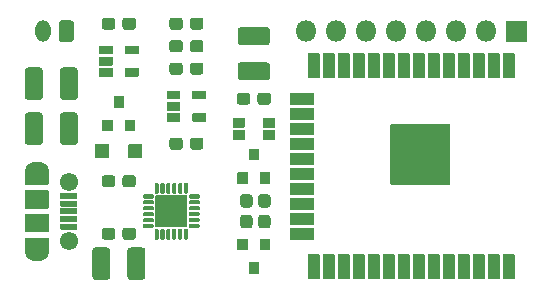
<source format=gbr>
%TF.GenerationSoftware,KiCad,Pcbnew,(5.1.10)-1*%
%TF.CreationDate,2021-06-07T22:34:48-03:00*%
%TF.ProjectId,Themu-Main,5468656d-752d-44d6-9169-6e2e6b696361,02*%
%TF.SameCoordinates,Original*%
%TF.FileFunction,Soldermask,Top*%
%TF.FilePolarity,Negative*%
%FSLAX46Y46*%
G04 Gerber Fmt 4.6, Leading zero omitted, Abs format (unit mm)*
G04 Created by KiCad (PCBNEW (5.1.10)-1) date 2021-06-07 22:34:49*
%MOMM*%
%LPD*%
G01*
G04 APERTURE LIST*
%ADD10O,2.000000X1.300000*%
%ADD11C,1.550000*%
%ADD12O,1.300000X1.850000*%
%ADD13O,1.800000X1.800000*%
G04 APERTURE END LIST*
%TO.C,J1*%
G36*
G01*
X45437500Y-92335000D02*
X47337500Y-92335000D01*
G75*
G02*
X47387500Y-92385000I0J-50000D01*
G01*
X47387500Y-93585000D01*
G75*
G02*
X47337500Y-93635000I-50000J0D01*
G01*
X45437500Y-93635000D01*
G75*
G02*
X45387500Y-93585000I0J50000D01*
G01*
X45387500Y-92385000D01*
G75*
G02*
X45437500Y-92335000I50000J0D01*
G01*
G37*
G36*
G01*
X45437500Y-98135000D02*
X47337500Y-98135000D01*
G75*
G02*
X47387500Y-98185000I0J-50000D01*
G01*
X47387500Y-99385000D01*
G75*
G02*
X47337500Y-99435000I-50000J0D01*
G01*
X45437500Y-99435000D01*
G75*
G02*
X45387500Y-99385000I0J50000D01*
G01*
X45387500Y-98185000D01*
G75*
G02*
X45437500Y-98135000I50000J0D01*
G01*
G37*
D10*
X46387500Y-99385000D03*
X46387500Y-92385000D03*
G36*
G01*
X45437500Y-94085000D02*
X47337500Y-94085000D01*
G75*
G02*
X47387500Y-94135000I0J-50000D01*
G01*
X47387500Y-95635000D01*
G75*
G02*
X47337500Y-95685000I-50000J0D01*
G01*
X45437500Y-95685000D01*
G75*
G02*
X45387500Y-95635000I0J50000D01*
G01*
X45387500Y-94135000D01*
G75*
G02*
X45437500Y-94085000I50000J0D01*
G01*
G37*
D11*
X49087500Y-98385000D03*
G36*
G01*
X48412500Y-95635000D02*
X49762500Y-95635000D01*
G75*
G02*
X49812500Y-95685000I0J-50000D01*
G01*
X49812500Y-96085000D01*
G75*
G02*
X49762500Y-96135000I-50000J0D01*
G01*
X48412500Y-96135000D01*
G75*
G02*
X48362500Y-96085000I0J50000D01*
G01*
X48362500Y-95685000D01*
G75*
G02*
X48412500Y-95635000I50000J0D01*
G01*
G37*
G36*
G01*
X48412500Y-96285000D02*
X49762500Y-96285000D01*
G75*
G02*
X49812500Y-96335000I0J-50000D01*
G01*
X49812500Y-96735000D01*
G75*
G02*
X49762500Y-96785000I-50000J0D01*
G01*
X48412500Y-96785000D01*
G75*
G02*
X48362500Y-96735000I0J50000D01*
G01*
X48362500Y-96335000D01*
G75*
G02*
X48412500Y-96285000I50000J0D01*
G01*
G37*
G36*
G01*
X48412500Y-96935000D02*
X49762500Y-96935000D01*
G75*
G02*
X49812500Y-96985000I0J-50000D01*
G01*
X49812500Y-97385000D01*
G75*
G02*
X49762500Y-97435000I-50000J0D01*
G01*
X48412500Y-97435000D01*
G75*
G02*
X48362500Y-97385000I0J50000D01*
G01*
X48362500Y-96985000D01*
G75*
G02*
X48412500Y-96935000I50000J0D01*
G01*
G37*
G36*
G01*
X48412500Y-94335000D02*
X49762500Y-94335000D01*
G75*
G02*
X49812500Y-94385000I0J-50000D01*
G01*
X49812500Y-94785000D01*
G75*
G02*
X49762500Y-94835000I-50000J0D01*
G01*
X48412500Y-94835000D01*
G75*
G02*
X48362500Y-94785000I0J50000D01*
G01*
X48362500Y-94385000D01*
G75*
G02*
X48412500Y-94335000I50000J0D01*
G01*
G37*
G36*
G01*
X48412500Y-94985000D02*
X49762500Y-94985000D01*
G75*
G02*
X49812500Y-95035000I0J-50000D01*
G01*
X49812500Y-95435000D01*
G75*
G02*
X49762500Y-95485000I-50000J0D01*
G01*
X48412500Y-95485000D01*
G75*
G02*
X48362500Y-95435000I0J50000D01*
G01*
X48362500Y-95035000D01*
G75*
G02*
X48412500Y-94985000I50000J0D01*
G01*
G37*
X49087500Y-93385000D03*
G36*
G01*
X45437500Y-96085000D02*
X47337500Y-96085000D01*
G75*
G02*
X47387500Y-96135000I0J-50000D01*
G01*
X47387500Y-97635000D01*
G75*
G02*
X47337500Y-97685000I-50000J0D01*
G01*
X45437500Y-97685000D01*
G75*
G02*
X45387500Y-97635000I0J50000D01*
G01*
X45387500Y-96135000D01*
G75*
G02*
X45437500Y-96085000I50000J0D01*
G01*
G37*
%TD*%
%TO.C,U3*%
G36*
G01*
X85910000Y-99525000D02*
X86810000Y-99525000D01*
G75*
G02*
X86860000Y-99575000I0J-50000D01*
G01*
X86860000Y-101575000D01*
G75*
G02*
X86810000Y-101625000I-50000J0D01*
G01*
X85910000Y-101625000D01*
G75*
G02*
X85860000Y-101575000I0J50000D01*
G01*
X85860000Y-99575000D01*
G75*
G02*
X85910000Y-99525000I50000J0D01*
G01*
G37*
G36*
G01*
X84640000Y-99525000D02*
X85540000Y-99525000D01*
G75*
G02*
X85590000Y-99575000I0J-50000D01*
G01*
X85590000Y-101575000D01*
G75*
G02*
X85540000Y-101625000I-50000J0D01*
G01*
X84640000Y-101625000D01*
G75*
G02*
X84590000Y-101575000I0J50000D01*
G01*
X84590000Y-99575000D01*
G75*
G02*
X84640000Y-99525000I50000J0D01*
G01*
G37*
G36*
G01*
X83370000Y-99525000D02*
X84270000Y-99525000D01*
G75*
G02*
X84320000Y-99575000I0J-50000D01*
G01*
X84320000Y-101575000D01*
G75*
G02*
X84270000Y-101625000I-50000J0D01*
G01*
X83370000Y-101625000D01*
G75*
G02*
X83320000Y-101575000I0J50000D01*
G01*
X83320000Y-99575000D01*
G75*
G02*
X83370000Y-99525000I50000J0D01*
G01*
G37*
G36*
G01*
X82100000Y-99525000D02*
X83000000Y-99525000D01*
G75*
G02*
X83050000Y-99575000I0J-50000D01*
G01*
X83050000Y-101575000D01*
G75*
G02*
X83000000Y-101625000I-50000J0D01*
G01*
X82100000Y-101625000D01*
G75*
G02*
X82050000Y-101575000I0J50000D01*
G01*
X82050000Y-99575000D01*
G75*
G02*
X82100000Y-99525000I50000J0D01*
G01*
G37*
G36*
G01*
X80830000Y-99525000D02*
X81730000Y-99525000D01*
G75*
G02*
X81780000Y-99575000I0J-50000D01*
G01*
X81780000Y-101575000D01*
G75*
G02*
X81730000Y-101625000I-50000J0D01*
G01*
X80830000Y-101625000D01*
G75*
G02*
X80780000Y-101575000I0J50000D01*
G01*
X80780000Y-99575000D01*
G75*
G02*
X80830000Y-99525000I50000J0D01*
G01*
G37*
G36*
G01*
X79560000Y-99525000D02*
X80460000Y-99525000D01*
G75*
G02*
X80510000Y-99575000I0J-50000D01*
G01*
X80510000Y-101575000D01*
G75*
G02*
X80460000Y-101625000I-50000J0D01*
G01*
X79560000Y-101625000D01*
G75*
G02*
X79510000Y-101575000I0J50000D01*
G01*
X79510000Y-99575000D01*
G75*
G02*
X79560000Y-99525000I50000J0D01*
G01*
G37*
G36*
G01*
X78290000Y-99525000D02*
X79190000Y-99525000D01*
G75*
G02*
X79240000Y-99575000I0J-50000D01*
G01*
X79240000Y-101575000D01*
G75*
G02*
X79190000Y-101625000I-50000J0D01*
G01*
X78290000Y-101625000D01*
G75*
G02*
X78240000Y-101575000I0J50000D01*
G01*
X78240000Y-99575000D01*
G75*
G02*
X78290000Y-99525000I50000J0D01*
G01*
G37*
G36*
G01*
X77020000Y-99525000D02*
X77920000Y-99525000D01*
G75*
G02*
X77970000Y-99575000I0J-50000D01*
G01*
X77970000Y-101575000D01*
G75*
G02*
X77920000Y-101625000I-50000J0D01*
G01*
X77020000Y-101625000D01*
G75*
G02*
X76970000Y-101575000I0J50000D01*
G01*
X76970000Y-99575000D01*
G75*
G02*
X77020000Y-99525000I50000J0D01*
G01*
G37*
G36*
G01*
X75750000Y-99525000D02*
X76650000Y-99525000D01*
G75*
G02*
X76700000Y-99575000I0J-50000D01*
G01*
X76700000Y-101575000D01*
G75*
G02*
X76650000Y-101625000I-50000J0D01*
G01*
X75750000Y-101625000D01*
G75*
G02*
X75700000Y-101575000I0J50000D01*
G01*
X75700000Y-99575000D01*
G75*
G02*
X75750000Y-99525000I50000J0D01*
G01*
G37*
G36*
G01*
X74480000Y-99525000D02*
X75380000Y-99525000D01*
G75*
G02*
X75430000Y-99575000I0J-50000D01*
G01*
X75430000Y-101575000D01*
G75*
G02*
X75380000Y-101625000I-50000J0D01*
G01*
X74480000Y-101625000D01*
G75*
G02*
X74430000Y-101575000I0J50000D01*
G01*
X74430000Y-99575000D01*
G75*
G02*
X74480000Y-99525000I50000J0D01*
G01*
G37*
G36*
G01*
X73210000Y-99525000D02*
X74110000Y-99525000D01*
G75*
G02*
X74160000Y-99575000I0J-50000D01*
G01*
X74160000Y-101575000D01*
G75*
G02*
X74110000Y-101625000I-50000J0D01*
G01*
X73210000Y-101625000D01*
G75*
G02*
X73160000Y-101575000I0J50000D01*
G01*
X73160000Y-99575000D01*
G75*
G02*
X73210000Y-99525000I50000J0D01*
G01*
G37*
G36*
G01*
X71940000Y-99525000D02*
X72840000Y-99525000D01*
G75*
G02*
X72890000Y-99575000I0J-50000D01*
G01*
X72890000Y-101575000D01*
G75*
G02*
X72840000Y-101625000I-50000J0D01*
G01*
X71940000Y-101625000D01*
G75*
G02*
X71890000Y-101575000I0J50000D01*
G01*
X71890000Y-99575000D01*
G75*
G02*
X71940000Y-99525000I50000J0D01*
G01*
G37*
G36*
G01*
X70670000Y-99525000D02*
X71570000Y-99525000D01*
G75*
G02*
X71620000Y-99575000I0J-50000D01*
G01*
X71620000Y-101575000D01*
G75*
G02*
X71570000Y-101625000I-50000J0D01*
G01*
X70670000Y-101625000D01*
G75*
G02*
X70620000Y-101575000I0J50000D01*
G01*
X70620000Y-99575000D01*
G75*
G02*
X70670000Y-99525000I50000J0D01*
G01*
G37*
G36*
G01*
X69400000Y-99525000D02*
X70300000Y-99525000D01*
G75*
G02*
X70350000Y-99575000I0J-50000D01*
G01*
X70350000Y-101575000D01*
G75*
G02*
X70300000Y-101625000I-50000J0D01*
G01*
X69400000Y-101625000D01*
G75*
G02*
X69350000Y-101575000I0J50000D01*
G01*
X69350000Y-99575000D01*
G75*
G02*
X69400000Y-99525000I50000J0D01*
G01*
G37*
G36*
G01*
X67800000Y-98240000D02*
X67800000Y-97340000D01*
G75*
G02*
X67850000Y-97290000I50000J0D01*
G01*
X69850000Y-97290000D01*
G75*
G02*
X69900000Y-97340000I0J-50000D01*
G01*
X69900000Y-98240000D01*
G75*
G02*
X69850000Y-98290000I-50000J0D01*
G01*
X67850000Y-98290000D01*
G75*
G02*
X67800000Y-98240000I0J50000D01*
G01*
G37*
G36*
G01*
X67800000Y-96970000D02*
X67800000Y-96070000D01*
G75*
G02*
X67850000Y-96020000I50000J0D01*
G01*
X69850000Y-96020000D01*
G75*
G02*
X69900000Y-96070000I0J-50000D01*
G01*
X69900000Y-96970000D01*
G75*
G02*
X69850000Y-97020000I-50000J0D01*
G01*
X67850000Y-97020000D01*
G75*
G02*
X67800000Y-96970000I0J50000D01*
G01*
G37*
G36*
G01*
X67800000Y-95700000D02*
X67800000Y-94800000D01*
G75*
G02*
X67850000Y-94750000I50000J0D01*
G01*
X69850000Y-94750000D01*
G75*
G02*
X69900000Y-94800000I0J-50000D01*
G01*
X69900000Y-95700000D01*
G75*
G02*
X69850000Y-95750000I-50000J0D01*
G01*
X67850000Y-95750000D01*
G75*
G02*
X67800000Y-95700000I0J50000D01*
G01*
G37*
G36*
G01*
X67800000Y-94430000D02*
X67800000Y-93530000D01*
G75*
G02*
X67850000Y-93480000I50000J0D01*
G01*
X69850000Y-93480000D01*
G75*
G02*
X69900000Y-93530000I0J-50000D01*
G01*
X69900000Y-94430000D01*
G75*
G02*
X69850000Y-94480000I-50000J0D01*
G01*
X67850000Y-94480000D01*
G75*
G02*
X67800000Y-94430000I0J50000D01*
G01*
G37*
G36*
G01*
X67800000Y-93160000D02*
X67800000Y-92260000D01*
G75*
G02*
X67850000Y-92210000I50000J0D01*
G01*
X69850000Y-92210000D01*
G75*
G02*
X69900000Y-92260000I0J-50000D01*
G01*
X69900000Y-93160000D01*
G75*
G02*
X69850000Y-93210000I-50000J0D01*
G01*
X67850000Y-93210000D01*
G75*
G02*
X67800000Y-93160000I0J50000D01*
G01*
G37*
G36*
G01*
X67800000Y-91890000D02*
X67800000Y-90990000D01*
G75*
G02*
X67850000Y-90940000I50000J0D01*
G01*
X69850000Y-90940000D01*
G75*
G02*
X69900000Y-90990000I0J-50000D01*
G01*
X69900000Y-91890000D01*
G75*
G02*
X69850000Y-91940000I-50000J0D01*
G01*
X67850000Y-91940000D01*
G75*
G02*
X67800000Y-91890000I0J50000D01*
G01*
G37*
G36*
G01*
X67800000Y-90620000D02*
X67800000Y-89720000D01*
G75*
G02*
X67850000Y-89670000I50000J0D01*
G01*
X69850000Y-89670000D01*
G75*
G02*
X69900000Y-89720000I0J-50000D01*
G01*
X69900000Y-90620000D01*
G75*
G02*
X69850000Y-90670000I-50000J0D01*
G01*
X67850000Y-90670000D01*
G75*
G02*
X67800000Y-90620000I0J50000D01*
G01*
G37*
G36*
G01*
X67800000Y-89350000D02*
X67800000Y-88450000D01*
G75*
G02*
X67850000Y-88400000I50000J0D01*
G01*
X69850000Y-88400000D01*
G75*
G02*
X69900000Y-88450000I0J-50000D01*
G01*
X69900000Y-89350000D01*
G75*
G02*
X69850000Y-89400000I-50000J0D01*
G01*
X67850000Y-89400000D01*
G75*
G02*
X67800000Y-89350000I0J50000D01*
G01*
G37*
G36*
G01*
X67800000Y-88080000D02*
X67800000Y-87180000D01*
G75*
G02*
X67850000Y-87130000I50000J0D01*
G01*
X69850000Y-87130000D01*
G75*
G02*
X69900000Y-87180000I0J-50000D01*
G01*
X69900000Y-88080000D01*
G75*
G02*
X69850000Y-88130000I-50000J0D01*
G01*
X67850000Y-88130000D01*
G75*
G02*
X67800000Y-88080000I0J50000D01*
G01*
G37*
G36*
G01*
X67800000Y-86810000D02*
X67800000Y-85910000D01*
G75*
G02*
X67850000Y-85860000I50000J0D01*
G01*
X69850000Y-85860000D01*
G75*
G02*
X69900000Y-85910000I0J-50000D01*
G01*
X69900000Y-86810000D01*
G75*
G02*
X69850000Y-86860000I-50000J0D01*
G01*
X67850000Y-86860000D01*
G75*
G02*
X67800000Y-86810000I0J50000D01*
G01*
G37*
G36*
G01*
X69400000Y-82525000D02*
X70300000Y-82525000D01*
G75*
G02*
X70350000Y-82575000I0J-50000D01*
G01*
X70350000Y-84575000D01*
G75*
G02*
X70300000Y-84625000I-50000J0D01*
G01*
X69400000Y-84625000D01*
G75*
G02*
X69350000Y-84575000I0J50000D01*
G01*
X69350000Y-82575000D01*
G75*
G02*
X69400000Y-82525000I50000J0D01*
G01*
G37*
G36*
G01*
X70670000Y-82525000D02*
X71570000Y-82525000D01*
G75*
G02*
X71620000Y-82575000I0J-50000D01*
G01*
X71620000Y-84575000D01*
G75*
G02*
X71570000Y-84625000I-50000J0D01*
G01*
X70670000Y-84625000D01*
G75*
G02*
X70620000Y-84575000I0J50000D01*
G01*
X70620000Y-82575000D01*
G75*
G02*
X70670000Y-82525000I50000J0D01*
G01*
G37*
G36*
G01*
X71940000Y-82525000D02*
X72840000Y-82525000D01*
G75*
G02*
X72890000Y-82575000I0J-50000D01*
G01*
X72890000Y-84575000D01*
G75*
G02*
X72840000Y-84625000I-50000J0D01*
G01*
X71940000Y-84625000D01*
G75*
G02*
X71890000Y-84575000I0J50000D01*
G01*
X71890000Y-82575000D01*
G75*
G02*
X71940000Y-82525000I50000J0D01*
G01*
G37*
G36*
G01*
X73210000Y-82525000D02*
X74110000Y-82525000D01*
G75*
G02*
X74160000Y-82575000I0J-50000D01*
G01*
X74160000Y-84575000D01*
G75*
G02*
X74110000Y-84625000I-50000J0D01*
G01*
X73210000Y-84625000D01*
G75*
G02*
X73160000Y-84575000I0J50000D01*
G01*
X73160000Y-82575000D01*
G75*
G02*
X73210000Y-82525000I50000J0D01*
G01*
G37*
G36*
G01*
X74480000Y-82525000D02*
X75380000Y-82525000D01*
G75*
G02*
X75430000Y-82575000I0J-50000D01*
G01*
X75430000Y-84575000D01*
G75*
G02*
X75380000Y-84625000I-50000J0D01*
G01*
X74480000Y-84625000D01*
G75*
G02*
X74430000Y-84575000I0J50000D01*
G01*
X74430000Y-82575000D01*
G75*
G02*
X74480000Y-82525000I50000J0D01*
G01*
G37*
G36*
G01*
X75750000Y-82525000D02*
X76650000Y-82525000D01*
G75*
G02*
X76700000Y-82575000I0J-50000D01*
G01*
X76700000Y-84575000D01*
G75*
G02*
X76650000Y-84625000I-50000J0D01*
G01*
X75750000Y-84625000D01*
G75*
G02*
X75700000Y-84575000I0J50000D01*
G01*
X75700000Y-82575000D01*
G75*
G02*
X75750000Y-82525000I50000J0D01*
G01*
G37*
G36*
G01*
X77020000Y-82525000D02*
X77920000Y-82525000D01*
G75*
G02*
X77970000Y-82575000I0J-50000D01*
G01*
X77970000Y-84575000D01*
G75*
G02*
X77920000Y-84625000I-50000J0D01*
G01*
X77020000Y-84625000D01*
G75*
G02*
X76970000Y-84575000I0J50000D01*
G01*
X76970000Y-82575000D01*
G75*
G02*
X77020000Y-82525000I50000J0D01*
G01*
G37*
G36*
G01*
X78290000Y-82525000D02*
X79190000Y-82525000D01*
G75*
G02*
X79240000Y-82575000I0J-50000D01*
G01*
X79240000Y-84575000D01*
G75*
G02*
X79190000Y-84625000I-50000J0D01*
G01*
X78290000Y-84625000D01*
G75*
G02*
X78240000Y-84575000I0J50000D01*
G01*
X78240000Y-82575000D01*
G75*
G02*
X78290000Y-82525000I50000J0D01*
G01*
G37*
G36*
G01*
X79560000Y-82525000D02*
X80460000Y-82525000D01*
G75*
G02*
X80510000Y-82575000I0J-50000D01*
G01*
X80510000Y-84575000D01*
G75*
G02*
X80460000Y-84625000I-50000J0D01*
G01*
X79560000Y-84625000D01*
G75*
G02*
X79510000Y-84575000I0J50000D01*
G01*
X79510000Y-82575000D01*
G75*
G02*
X79560000Y-82525000I50000J0D01*
G01*
G37*
G36*
G01*
X80830000Y-82525000D02*
X81730000Y-82525000D01*
G75*
G02*
X81780000Y-82575000I0J-50000D01*
G01*
X81780000Y-84575000D01*
G75*
G02*
X81730000Y-84625000I-50000J0D01*
G01*
X80830000Y-84625000D01*
G75*
G02*
X80780000Y-84575000I0J50000D01*
G01*
X80780000Y-82575000D01*
G75*
G02*
X80830000Y-82525000I50000J0D01*
G01*
G37*
G36*
G01*
X82100000Y-82525000D02*
X83000000Y-82525000D01*
G75*
G02*
X83050000Y-82575000I0J-50000D01*
G01*
X83050000Y-84575000D01*
G75*
G02*
X83000000Y-84625000I-50000J0D01*
G01*
X82100000Y-84625000D01*
G75*
G02*
X82050000Y-84575000I0J50000D01*
G01*
X82050000Y-82575000D01*
G75*
G02*
X82100000Y-82525000I50000J0D01*
G01*
G37*
G36*
G01*
X83370000Y-82525000D02*
X84270000Y-82525000D01*
G75*
G02*
X84320000Y-82575000I0J-50000D01*
G01*
X84320000Y-84575000D01*
G75*
G02*
X84270000Y-84625000I-50000J0D01*
G01*
X83370000Y-84625000D01*
G75*
G02*
X83320000Y-84575000I0J50000D01*
G01*
X83320000Y-82575000D01*
G75*
G02*
X83370000Y-82525000I50000J0D01*
G01*
G37*
G36*
G01*
X84640000Y-82525000D02*
X85540000Y-82525000D01*
G75*
G02*
X85590000Y-82575000I0J-50000D01*
G01*
X85590000Y-84575000D01*
G75*
G02*
X85540000Y-84625000I-50000J0D01*
G01*
X84640000Y-84625000D01*
G75*
G02*
X84590000Y-84575000I0J50000D01*
G01*
X84590000Y-82575000D01*
G75*
G02*
X84640000Y-82525000I50000J0D01*
G01*
G37*
G36*
G01*
X85910000Y-82525000D02*
X86810000Y-82525000D01*
G75*
G02*
X86860000Y-82575000I0J-50000D01*
G01*
X86860000Y-84575000D01*
G75*
G02*
X86810000Y-84625000I-50000J0D01*
G01*
X85910000Y-84625000D01*
G75*
G02*
X85860000Y-84575000I0J50000D01*
G01*
X85860000Y-82575000D01*
G75*
G02*
X85910000Y-82525000I50000J0D01*
G01*
G37*
G36*
G01*
X76360000Y-88525000D02*
X81360000Y-88525000D01*
G75*
G02*
X81410000Y-88575000I0J-50000D01*
G01*
X81410000Y-93575000D01*
G75*
G02*
X81360000Y-93625000I-50000J0D01*
G01*
X76360000Y-93625000D01*
G75*
G02*
X76310000Y-93575000I0J50000D01*
G01*
X76310000Y-88575000D01*
G75*
G02*
X76360000Y-88525000I50000J0D01*
G01*
G37*
%TD*%
D12*
%TO.C,J2*%
X46895000Y-80645000D03*
G36*
G01*
X49545000Y-79990832D02*
X49545000Y-81299168D01*
G75*
G02*
X49274168Y-81570000I-270832J0D01*
G01*
X48515832Y-81570000D01*
G75*
G02*
X48245000Y-81299168I0J270832D01*
G01*
X48245000Y-79990832D01*
G75*
G02*
X48515832Y-79720000I270832J0D01*
G01*
X49274168Y-79720000D01*
G75*
G02*
X49545000Y-79990832I0J-270832D01*
G01*
G37*
%TD*%
%TO.C,C1*%
G36*
G01*
X54790000Y-97527500D02*
X54790000Y-98052500D01*
G75*
G02*
X54527500Y-98315000I-262500J0D01*
G01*
X53902500Y-98315000D01*
G75*
G02*
X53640000Y-98052500I0J262500D01*
G01*
X53640000Y-97527500D01*
G75*
G02*
X53902500Y-97265000I262500J0D01*
G01*
X54527500Y-97265000D01*
G75*
G02*
X54790000Y-97527500I0J-262500D01*
G01*
G37*
G36*
G01*
X53040000Y-97527500D02*
X53040000Y-98052500D01*
G75*
G02*
X52777500Y-98315000I-262500J0D01*
G01*
X52152500Y-98315000D01*
G75*
G02*
X51890000Y-98052500I0J262500D01*
G01*
X51890000Y-97527500D01*
G75*
G02*
X52152500Y-97265000I262500J0D01*
G01*
X52777500Y-97265000D01*
G75*
G02*
X53040000Y-97527500I0J-262500D01*
G01*
G37*
%TD*%
%TO.C,C2*%
G36*
G01*
X49875000Y-87792543D02*
X49875000Y-90007457D01*
G75*
G02*
X49607457Y-90275000I-267543J0D01*
G01*
X48617543Y-90275000D01*
G75*
G02*
X48350000Y-90007457I0J267543D01*
G01*
X48350000Y-87792543D01*
G75*
G02*
X48617543Y-87525000I267543J0D01*
G01*
X49607457Y-87525000D01*
G75*
G02*
X49875000Y-87792543I0J-267543D01*
G01*
G37*
G36*
G01*
X46900000Y-87792543D02*
X46900000Y-90007457D01*
G75*
G02*
X46632457Y-90275000I-267543J0D01*
G01*
X45642543Y-90275000D01*
G75*
G02*
X45375000Y-90007457I0J267543D01*
G01*
X45375000Y-87792543D01*
G75*
G02*
X45642543Y-87525000I267543J0D01*
G01*
X46632457Y-87525000D01*
G75*
G02*
X46900000Y-87792543I0J-267543D01*
G01*
G37*
%TD*%
%TO.C,C3*%
G36*
G01*
X65877457Y-81825000D02*
X63662543Y-81825000D01*
G75*
G02*
X63395000Y-81557457I0J267543D01*
G01*
X63395000Y-80567543D01*
G75*
G02*
X63662543Y-80300000I267543J0D01*
G01*
X65877457Y-80300000D01*
G75*
G02*
X66145000Y-80567543I0J-267543D01*
G01*
X66145000Y-81557457D01*
G75*
G02*
X65877457Y-81825000I-267543J0D01*
G01*
G37*
G36*
G01*
X65877457Y-84800000D02*
X63662543Y-84800000D01*
G75*
G02*
X63395000Y-84532457I0J267543D01*
G01*
X63395000Y-83542543D01*
G75*
G02*
X63662543Y-83275000I267543J0D01*
G01*
X65877457Y-83275000D01*
G75*
G02*
X66145000Y-83542543I0J-267543D01*
G01*
X66145000Y-84532457D01*
G75*
G02*
X65877457Y-84800000I-267543J0D01*
G01*
G37*
%TD*%
%TO.C,C4*%
G36*
G01*
X63320000Y-86622500D02*
X63320000Y-86097500D01*
G75*
G02*
X63582500Y-85835000I262500J0D01*
G01*
X64207500Y-85835000D01*
G75*
G02*
X64470000Y-86097500I0J-262500D01*
G01*
X64470000Y-86622500D01*
G75*
G02*
X64207500Y-86885000I-262500J0D01*
G01*
X63582500Y-86885000D01*
G75*
G02*
X63320000Y-86622500I0J262500D01*
G01*
G37*
G36*
G01*
X65070000Y-86622500D02*
X65070000Y-86097500D01*
G75*
G02*
X65332500Y-85835000I262500J0D01*
G01*
X65957500Y-85835000D01*
G75*
G02*
X66220000Y-86097500I0J-262500D01*
G01*
X66220000Y-86622500D01*
G75*
G02*
X65957500Y-86885000I-262500J0D01*
G01*
X65332500Y-86885000D01*
G75*
G02*
X65070000Y-86622500I0J262500D01*
G01*
G37*
%TD*%
%TO.C,C8*%
G36*
G01*
X49875000Y-83982543D02*
X49875000Y-86197457D01*
G75*
G02*
X49607457Y-86465000I-267543J0D01*
G01*
X48617543Y-86465000D01*
G75*
G02*
X48350000Y-86197457I0J267543D01*
G01*
X48350000Y-83982543D01*
G75*
G02*
X48617543Y-83715000I267543J0D01*
G01*
X49607457Y-83715000D01*
G75*
G02*
X49875000Y-83982543I0J-267543D01*
G01*
G37*
G36*
G01*
X46900000Y-83982543D02*
X46900000Y-86197457D01*
G75*
G02*
X46632457Y-86465000I-267543J0D01*
G01*
X45642543Y-86465000D01*
G75*
G02*
X45375000Y-86197457I0J267543D01*
G01*
X45375000Y-83982543D01*
G75*
G02*
X45642543Y-83715000I267543J0D01*
G01*
X46632457Y-83715000D01*
G75*
G02*
X46900000Y-83982543I0J-267543D01*
G01*
G37*
%TD*%
%TO.C,C14*%
G36*
G01*
X52615000Y-99222543D02*
X52615000Y-101437457D01*
G75*
G02*
X52347457Y-101705000I-267543J0D01*
G01*
X51357543Y-101705000D01*
G75*
G02*
X51090000Y-101437457I0J267543D01*
G01*
X51090000Y-99222543D01*
G75*
G02*
X51357543Y-98955000I267543J0D01*
G01*
X52347457Y-98955000D01*
G75*
G02*
X52615000Y-99222543I0J-267543D01*
G01*
G37*
G36*
G01*
X55590000Y-99222543D02*
X55590000Y-101437457D01*
G75*
G02*
X55322457Y-101705000I-267543J0D01*
G01*
X54332543Y-101705000D01*
G75*
G02*
X54065000Y-101437457I0J267543D01*
G01*
X54065000Y-99222543D01*
G75*
G02*
X54332543Y-98955000I267543J0D01*
G01*
X55322457Y-98955000D01*
G75*
G02*
X55590000Y-99222543I0J-267543D01*
G01*
G37*
%TD*%
%TO.C,D2*%
G36*
G01*
X52540000Y-90255000D02*
X52540000Y-91355000D01*
G75*
G02*
X52490000Y-91405000I-50000J0D01*
G01*
X51390000Y-91405000D01*
G75*
G02*
X51340000Y-91355000I0J50000D01*
G01*
X51340000Y-90255000D01*
G75*
G02*
X51390000Y-90205000I50000J0D01*
G01*
X52490000Y-90205000D01*
G75*
G02*
X52540000Y-90255000I0J-50000D01*
G01*
G37*
G36*
G01*
X55340000Y-90255000D02*
X55340000Y-91355000D01*
G75*
G02*
X55290000Y-91405000I-50000J0D01*
G01*
X54190000Y-91405000D01*
G75*
G02*
X54140000Y-91355000I0J50000D01*
G01*
X54140000Y-90255000D01*
G75*
G02*
X54190000Y-90205000I50000J0D01*
G01*
X55290000Y-90205000D01*
G75*
G02*
X55340000Y-90255000I0J-50000D01*
G01*
G37*
%TD*%
%TO.C,D1*%
G36*
G01*
X58755000Y-83557500D02*
X58755000Y-84082500D01*
G75*
G02*
X58492500Y-84345000I-262500J0D01*
G01*
X57867500Y-84345000D01*
G75*
G02*
X57605000Y-84082500I0J262500D01*
G01*
X57605000Y-83557500D01*
G75*
G02*
X57867500Y-83295000I262500J0D01*
G01*
X58492500Y-83295000D01*
G75*
G02*
X58755000Y-83557500I0J-262500D01*
G01*
G37*
G36*
G01*
X60505000Y-83557500D02*
X60505000Y-84082500D01*
G75*
G02*
X60242500Y-84345000I-262500J0D01*
G01*
X59617500Y-84345000D01*
G75*
G02*
X59355000Y-84082500I0J262500D01*
G01*
X59355000Y-83557500D01*
G75*
G02*
X59617500Y-83295000I262500J0D01*
G01*
X60242500Y-83295000D01*
G75*
G02*
X60505000Y-83557500I0J-262500D01*
G01*
G37*
%TD*%
D13*
%TO.C,J3*%
X69215000Y-80645000D03*
X71755000Y-80645000D03*
X74295000Y-80645000D03*
X76835000Y-80645000D03*
X79375000Y-80645000D03*
X81915000Y-80645000D03*
X84455000Y-80645000D03*
G36*
G01*
X87845000Y-81545000D02*
X86145000Y-81545000D01*
G75*
G02*
X86095000Y-81495000I0J50000D01*
G01*
X86095000Y-79795000D01*
G75*
G02*
X86145000Y-79745000I50000J0D01*
G01*
X87845000Y-79745000D01*
G75*
G02*
X87895000Y-79795000I0J-50000D01*
G01*
X87895000Y-81495000D01*
G75*
G02*
X87845000Y-81545000I-50000J0D01*
G01*
G37*
%TD*%
%TO.C,Q1*%
G36*
G01*
X64220000Y-93575000D02*
X63420000Y-93575000D01*
G75*
G02*
X63370000Y-93525000I0J50000D01*
G01*
X63370000Y-92625000D01*
G75*
G02*
X63420000Y-92575000I50000J0D01*
G01*
X64220000Y-92575000D01*
G75*
G02*
X64270000Y-92625000I0J-50000D01*
G01*
X64270000Y-93525000D01*
G75*
G02*
X64220000Y-93575000I-50000J0D01*
G01*
G37*
G36*
G01*
X66120000Y-93575000D02*
X65320000Y-93575000D01*
G75*
G02*
X65270000Y-93525000I0J50000D01*
G01*
X65270000Y-92625000D01*
G75*
G02*
X65320000Y-92575000I50000J0D01*
G01*
X66120000Y-92575000D01*
G75*
G02*
X66170000Y-92625000I0J-50000D01*
G01*
X66170000Y-93525000D01*
G75*
G02*
X66120000Y-93575000I-50000J0D01*
G01*
G37*
G36*
G01*
X65170000Y-91575000D02*
X64370000Y-91575000D01*
G75*
G02*
X64320000Y-91525000I0J50000D01*
G01*
X64320000Y-90625000D01*
G75*
G02*
X64370000Y-90575000I50000J0D01*
G01*
X65170000Y-90575000D01*
G75*
G02*
X65220000Y-90625000I0J-50000D01*
G01*
X65220000Y-91525000D01*
G75*
G02*
X65170000Y-91575000I-50000J0D01*
G01*
G37*
%TD*%
%TO.C,Q2*%
G36*
G01*
X64370000Y-100195000D02*
X65170000Y-100195000D01*
G75*
G02*
X65220000Y-100245000I0J-50000D01*
G01*
X65220000Y-101145000D01*
G75*
G02*
X65170000Y-101195000I-50000J0D01*
G01*
X64370000Y-101195000D01*
G75*
G02*
X64320000Y-101145000I0J50000D01*
G01*
X64320000Y-100245000D01*
G75*
G02*
X64370000Y-100195000I50000J0D01*
G01*
G37*
G36*
G01*
X63420000Y-98195000D02*
X64220000Y-98195000D01*
G75*
G02*
X64270000Y-98245000I0J-50000D01*
G01*
X64270000Y-99145000D01*
G75*
G02*
X64220000Y-99195000I-50000J0D01*
G01*
X63420000Y-99195000D01*
G75*
G02*
X63370000Y-99145000I0J50000D01*
G01*
X63370000Y-98245000D01*
G75*
G02*
X63420000Y-98195000I50000J0D01*
G01*
G37*
G36*
G01*
X65320000Y-98195000D02*
X66120000Y-98195000D01*
G75*
G02*
X66170000Y-98245000I0J-50000D01*
G01*
X66170000Y-99145000D01*
G75*
G02*
X66120000Y-99195000I-50000J0D01*
G01*
X65320000Y-99195000D01*
G75*
G02*
X65270000Y-99145000I0J50000D01*
G01*
X65270000Y-98245000D01*
G75*
G02*
X65320000Y-98195000I50000J0D01*
G01*
G37*
%TD*%
%TO.C,Q3*%
G36*
G01*
X52790000Y-89130000D02*
X51990000Y-89130000D01*
G75*
G02*
X51940000Y-89080000I0J50000D01*
G01*
X51940000Y-88180000D01*
G75*
G02*
X51990000Y-88130000I50000J0D01*
G01*
X52790000Y-88130000D01*
G75*
G02*
X52840000Y-88180000I0J-50000D01*
G01*
X52840000Y-89080000D01*
G75*
G02*
X52790000Y-89130000I-50000J0D01*
G01*
G37*
G36*
G01*
X54690000Y-89130000D02*
X53890000Y-89130000D01*
G75*
G02*
X53840000Y-89080000I0J50000D01*
G01*
X53840000Y-88180000D01*
G75*
G02*
X53890000Y-88130000I50000J0D01*
G01*
X54690000Y-88130000D01*
G75*
G02*
X54740000Y-88180000I0J-50000D01*
G01*
X54740000Y-89080000D01*
G75*
G02*
X54690000Y-89130000I-50000J0D01*
G01*
G37*
G36*
G01*
X53740000Y-87130000D02*
X52940000Y-87130000D01*
G75*
G02*
X52890000Y-87080000I0J50000D01*
G01*
X52890000Y-86180000D01*
G75*
G02*
X52940000Y-86130000I50000J0D01*
G01*
X53740000Y-86130000D01*
G75*
G02*
X53790000Y-86180000I0J-50000D01*
G01*
X53790000Y-87080000D01*
G75*
G02*
X53740000Y-87130000I-50000J0D01*
G01*
G37*
%TD*%
%TO.C,R1*%
G36*
G01*
X65396500Y-94435000D02*
X65921500Y-94435000D01*
G75*
G02*
X66184000Y-94697500I0J-262500D01*
G01*
X66184000Y-95322500D01*
G75*
G02*
X65921500Y-95585000I-262500J0D01*
G01*
X65396500Y-95585000D01*
G75*
G02*
X65134000Y-95322500I0J262500D01*
G01*
X65134000Y-94697500D01*
G75*
G02*
X65396500Y-94435000I262500J0D01*
G01*
G37*
G36*
G01*
X65396500Y-96185000D02*
X65921500Y-96185000D01*
G75*
G02*
X66184000Y-96447500I0J-262500D01*
G01*
X66184000Y-97072500D01*
G75*
G02*
X65921500Y-97335000I-262500J0D01*
G01*
X65396500Y-97335000D01*
G75*
G02*
X65134000Y-97072500I0J262500D01*
G01*
X65134000Y-96447500D01*
G75*
G02*
X65396500Y-96185000I262500J0D01*
G01*
G37*
%TD*%
%TO.C,R2*%
G36*
G01*
X64397500Y-95585000D02*
X63872500Y-95585000D01*
G75*
G02*
X63610000Y-95322500I0J262500D01*
G01*
X63610000Y-94697500D01*
G75*
G02*
X63872500Y-94435000I262500J0D01*
G01*
X64397500Y-94435000D01*
G75*
G02*
X64660000Y-94697500I0J-262500D01*
G01*
X64660000Y-95322500D01*
G75*
G02*
X64397500Y-95585000I-262500J0D01*
G01*
G37*
G36*
G01*
X64397500Y-97335000D02*
X63872500Y-97335000D01*
G75*
G02*
X63610000Y-97072500I0J262500D01*
G01*
X63610000Y-96447500D01*
G75*
G02*
X63872500Y-96185000I262500J0D01*
G01*
X64397500Y-96185000D01*
G75*
G02*
X64660000Y-96447500I0J-262500D01*
G01*
X64660000Y-97072500D01*
G75*
G02*
X64397500Y-97335000I-262500J0D01*
G01*
G37*
%TD*%
%TO.C,R4*%
G36*
G01*
X51890000Y-80272500D02*
X51890000Y-79747500D01*
G75*
G02*
X52152500Y-79485000I262500J0D01*
G01*
X52777500Y-79485000D01*
G75*
G02*
X53040000Y-79747500I0J-262500D01*
G01*
X53040000Y-80272500D01*
G75*
G02*
X52777500Y-80535000I-262500J0D01*
G01*
X52152500Y-80535000D01*
G75*
G02*
X51890000Y-80272500I0J262500D01*
G01*
G37*
G36*
G01*
X53640000Y-80272500D02*
X53640000Y-79747500D01*
G75*
G02*
X53902500Y-79485000I262500J0D01*
G01*
X54527500Y-79485000D01*
G75*
G02*
X54790000Y-79747500I0J-262500D01*
G01*
X54790000Y-80272500D01*
G75*
G02*
X54527500Y-80535000I-262500J0D01*
G01*
X53902500Y-80535000D01*
G75*
G02*
X53640000Y-80272500I0J262500D01*
G01*
G37*
%TD*%
%TO.C,R6*%
G36*
G01*
X51890000Y-93607500D02*
X51890000Y-93082500D01*
G75*
G02*
X52152500Y-92820000I262500J0D01*
G01*
X52777500Y-92820000D01*
G75*
G02*
X53040000Y-93082500I0J-262500D01*
G01*
X53040000Y-93607500D01*
G75*
G02*
X52777500Y-93870000I-262500J0D01*
G01*
X52152500Y-93870000D01*
G75*
G02*
X51890000Y-93607500I0J262500D01*
G01*
G37*
G36*
G01*
X53640000Y-93607500D02*
X53640000Y-93082500D01*
G75*
G02*
X53902500Y-92820000I262500J0D01*
G01*
X54527500Y-92820000D01*
G75*
G02*
X54790000Y-93082500I0J-262500D01*
G01*
X54790000Y-93607500D01*
G75*
G02*
X54527500Y-93870000I-262500J0D01*
G01*
X53902500Y-93870000D01*
G75*
G02*
X53640000Y-93607500I0J262500D01*
G01*
G37*
%TD*%
%TO.C,R7*%
G36*
G01*
X59355000Y-90432500D02*
X59355000Y-89907500D01*
G75*
G02*
X59617500Y-89645000I262500J0D01*
G01*
X60242500Y-89645000D01*
G75*
G02*
X60505000Y-89907500I0J-262500D01*
G01*
X60505000Y-90432500D01*
G75*
G02*
X60242500Y-90695000I-262500J0D01*
G01*
X59617500Y-90695000D01*
G75*
G02*
X59355000Y-90432500I0J262500D01*
G01*
G37*
G36*
G01*
X57605000Y-90432500D02*
X57605000Y-89907500D01*
G75*
G02*
X57867500Y-89645000I262500J0D01*
G01*
X58492500Y-89645000D01*
G75*
G02*
X58755000Y-89907500I0J-262500D01*
G01*
X58755000Y-90432500D01*
G75*
G02*
X58492500Y-90695000I-262500J0D01*
G01*
X57867500Y-90695000D01*
G75*
G02*
X57605000Y-90432500I0J262500D01*
G01*
G37*
%TD*%
%TO.C,R8*%
G36*
G01*
X58755000Y-81652500D02*
X58755000Y-82177500D01*
G75*
G02*
X58492500Y-82440000I-262500J0D01*
G01*
X57867500Y-82440000D01*
G75*
G02*
X57605000Y-82177500I0J262500D01*
G01*
X57605000Y-81652500D01*
G75*
G02*
X57867500Y-81390000I262500J0D01*
G01*
X58492500Y-81390000D01*
G75*
G02*
X58755000Y-81652500I0J-262500D01*
G01*
G37*
G36*
G01*
X60505000Y-81652500D02*
X60505000Y-82177500D01*
G75*
G02*
X60242500Y-82440000I-262500J0D01*
G01*
X59617500Y-82440000D01*
G75*
G02*
X59355000Y-82177500I0J262500D01*
G01*
X59355000Y-81652500D01*
G75*
G02*
X59617500Y-81390000I262500J0D01*
G01*
X60242500Y-81390000D01*
G75*
G02*
X60505000Y-81652500I0J-262500D01*
G01*
G37*
%TD*%
%TO.C,R9*%
G36*
G01*
X58755000Y-79747500D02*
X58755000Y-80272500D01*
G75*
G02*
X58492500Y-80535000I-262500J0D01*
G01*
X57867500Y-80535000D01*
G75*
G02*
X57605000Y-80272500I0J262500D01*
G01*
X57605000Y-79747500D01*
G75*
G02*
X57867500Y-79485000I262500J0D01*
G01*
X58492500Y-79485000D01*
G75*
G02*
X58755000Y-79747500I0J-262500D01*
G01*
G37*
G36*
G01*
X60505000Y-79747500D02*
X60505000Y-80272500D01*
G75*
G02*
X60242500Y-80535000I-262500J0D01*
G01*
X59617500Y-80535000D01*
G75*
G02*
X59355000Y-80272500I0J262500D01*
G01*
X59355000Y-79747500D01*
G75*
G02*
X59617500Y-79485000I262500J0D01*
G01*
X60242500Y-79485000D01*
G75*
G02*
X60505000Y-79747500I0J-262500D01*
G01*
G37*
%TD*%
%TO.C,U1*%
G36*
G01*
X56435000Y-97185000D02*
X56435000Y-94585000D01*
G75*
G02*
X56485000Y-94535000I50000J0D01*
G01*
X59085000Y-94535000D01*
G75*
G02*
X59135000Y-94585000I0J-50000D01*
G01*
X59135000Y-97185000D01*
G75*
G02*
X59085000Y-97235000I-50000J0D01*
G01*
X56485000Y-97235000D01*
G75*
G02*
X56435000Y-97185000I0J50000D01*
G01*
G37*
G36*
G01*
X56360000Y-94322500D02*
X56360000Y-93572500D01*
G75*
G02*
X56447500Y-93485000I87500J0D01*
G01*
X56622500Y-93485000D01*
G75*
G02*
X56710000Y-93572500I0J-87500D01*
G01*
X56710000Y-94322500D01*
G75*
G02*
X56622500Y-94410000I-87500J0D01*
G01*
X56447500Y-94410000D01*
G75*
G02*
X56360000Y-94322500I0J87500D01*
G01*
G37*
G36*
G01*
X56860000Y-94322500D02*
X56860000Y-93572500D01*
G75*
G02*
X56947500Y-93485000I87500J0D01*
G01*
X57122500Y-93485000D01*
G75*
G02*
X57210000Y-93572500I0J-87500D01*
G01*
X57210000Y-94322500D01*
G75*
G02*
X57122500Y-94410000I-87500J0D01*
G01*
X56947500Y-94410000D01*
G75*
G02*
X56860000Y-94322500I0J87500D01*
G01*
G37*
G36*
G01*
X57360000Y-94322500D02*
X57360000Y-93572500D01*
G75*
G02*
X57447500Y-93485000I87500J0D01*
G01*
X57622500Y-93485000D01*
G75*
G02*
X57710000Y-93572500I0J-87500D01*
G01*
X57710000Y-94322500D01*
G75*
G02*
X57622500Y-94410000I-87500J0D01*
G01*
X57447500Y-94410000D01*
G75*
G02*
X57360000Y-94322500I0J87500D01*
G01*
G37*
G36*
G01*
X57860000Y-94322500D02*
X57860000Y-93572500D01*
G75*
G02*
X57947500Y-93485000I87500J0D01*
G01*
X58122500Y-93485000D01*
G75*
G02*
X58210000Y-93572500I0J-87500D01*
G01*
X58210000Y-94322500D01*
G75*
G02*
X58122500Y-94410000I-87500J0D01*
G01*
X57947500Y-94410000D01*
G75*
G02*
X57860000Y-94322500I0J87500D01*
G01*
G37*
G36*
G01*
X58360000Y-94322500D02*
X58360000Y-93572500D01*
G75*
G02*
X58447500Y-93485000I87500J0D01*
G01*
X58622500Y-93485000D01*
G75*
G02*
X58710000Y-93572500I0J-87500D01*
G01*
X58710000Y-94322500D01*
G75*
G02*
X58622500Y-94410000I-87500J0D01*
G01*
X58447500Y-94410000D01*
G75*
G02*
X58360000Y-94322500I0J87500D01*
G01*
G37*
G36*
G01*
X58860000Y-94322500D02*
X58860000Y-93572500D01*
G75*
G02*
X58947500Y-93485000I87500J0D01*
G01*
X59122500Y-93485000D01*
G75*
G02*
X59210000Y-93572500I0J-87500D01*
G01*
X59210000Y-94322500D01*
G75*
G02*
X59122500Y-94410000I-87500J0D01*
G01*
X58947500Y-94410000D01*
G75*
G02*
X58860000Y-94322500I0J87500D01*
G01*
G37*
G36*
G01*
X59260000Y-94722500D02*
X59260000Y-94547500D01*
G75*
G02*
X59347500Y-94460000I87500J0D01*
G01*
X60097500Y-94460000D01*
G75*
G02*
X60185000Y-94547500I0J-87500D01*
G01*
X60185000Y-94722500D01*
G75*
G02*
X60097500Y-94810000I-87500J0D01*
G01*
X59347500Y-94810000D01*
G75*
G02*
X59260000Y-94722500I0J87500D01*
G01*
G37*
G36*
G01*
X59260000Y-95222500D02*
X59260000Y-95047500D01*
G75*
G02*
X59347500Y-94960000I87500J0D01*
G01*
X60097500Y-94960000D01*
G75*
G02*
X60185000Y-95047500I0J-87500D01*
G01*
X60185000Y-95222500D01*
G75*
G02*
X60097500Y-95310000I-87500J0D01*
G01*
X59347500Y-95310000D01*
G75*
G02*
X59260000Y-95222500I0J87500D01*
G01*
G37*
G36*
G01*
X59260000Y-95722500D02*
X59260000Y-95547500D01*
G75*
G02*
X59347500Y-95460000I87500J0D01*
G01*
X60097500Y-95460000D01*
G75*
G02*
X60185000Y-95547500I0J-87500D01*
G01*
X60185000Y-95722500D01*
G75*
G02*
X60097500Y-95810000I-87500J0D01*
G01*
X59347500Y-95810000D01*
G75*
G02*
X59260000Y-95722500I0J87500D01*
G01*
G37*
G36*
G01*
X59260000Y-96222500D02*
X59260000Y-96047500D01*
G75*
G02*
X59347500Y-95960000I87500J0D01*
G01*
X60097500Y-95960000D01*
G75*
G02*
X60185000Y-96047500I0J-87500D01*
G01*
X60185000Y-96222500D01*
G75*
G02*
X60097500Y-96310000I-87500J0D01*
G01*
X59347500Y-96310000D01*
G75*
G02*
X59260000Y-96222500I0J87500D01*
G01*
G37*
G36*
G01*
X59260000Y-96722500D02*
X59260000Y-96547500D01*
G75*
G02*
X59347500Y-96460000I87500J0D01*
G01*
X60097500Y-96460000D01*
G75*
G02*
X60185000Y-96547500I0J-87500D01*
G01*
X60185000Y-96722500D01*
G75*
G02*
X60097500Y-96810000I-87500J0D01*
G01*
X59347500Y-96810000D01*
G75*
G02*
X59260000Y-96722500I0J87500D01*
G01*
G37*
G36*
G01*
X59260000Y-97222500D02*
X59260000Y-97047500D01*
G75*
G02*
X59347500Y-96960000I87500J0D01*
G01*
X60097500Y-96960000D01*
G75*
G02*
X60185000Y-97047500I0J-87500D01*
G01*
X60185000Y-97222500D01*
G75*
G02*
X60097500Y-97310000I-87500J0D01*
G01*
X59347500Y-97310000D01*
G75*
G02*
X59260000Y-97222500I0J87500D01*
G01*
G37*
G36*
G01*
X58860000Y-98197500D02*
X58860000Y-97447500D01*
G75*
G02*
X58947500Y-97360000I87500J0D01*
G01*
X59122500Y-97360000D01*
G75*
G02*
X59210000Y-97447500I0J-87500D01*
G01*
X59210000Y-98197500D01*
G75*
G02*
X59122500Y-98285000I-87500J0D01*
G01*
X58947500Y-98285000D01*
G75*
G02*
X58860000Y-98197500I0J87500D01*
G01*
G37*
G36*
G01*
X58360000Y-98197500D02*
X58360000Y-97447500D01*
G75*
G02*
X58447500Y-97360000I87500J0D01*
G01*
X58622500Y-97360000D01*
G75*
G02*
X58710000Y-97447500I0J-87500D01*
G01*
X58710000Y-98197500D01*
G75*
G02*
X58622500Y-98285000I-87500J0D01*
G01*
X58447500Y-98285000D01*
G75*
G02*
X58360000Y-98197500I0J87500D01*
G01*
G37*
G36*
G01*
X57860000Y-98197500D02*
X57860000Y-97447500D01*
G75*
G02*
X57947500Y-97360000I87500J0D01*
G01*
X58122500Y-97360000D01*
G75*
G02*
X58210000Y-97447500I0J-87500D01*
G01*
X58210000Y-98197500D01*
G75*
G02*
X58122500Y-98285000I-87500J0D01*
G01*
X57947500Y-98285000D01*
G75*
G02*
X57860000Y-98197500I0J87500D01*
G01*
G37*
G36*
G01*
X57360000Y-98197500D02*
X57360000Y-97447500D01*
G75*
G02*
X57447500Y-97360000I87500J0D01*
G01*
X57622500Y-97360000D01*
G75*
G02*
X57710000Y-97447500I0J-87500D01*
G01*
X57710000Y-98197500D01*
G75*
G02*
X57622500Y-98285000I-87500J0D01*
G01*
X57447500Y-98285000D01*
G75*
G02*
X57360000Y-98197500I0J87500D01*
G01*
G37*
G36*
G01*
X56860000Y-98197500D02*
X56860000Y-97447500D01*
G75*
G02*
X56947500Y-97360000I87500J0D01*
G01*
X57122500Y-97360000D01*
G75*
G02*
X57210000Y-97447500I0J-87500D01*
G01*
X57210000Y-98197500D01*
G75*
G02*
X57122500Y-98285000I-87500J0D01*
G01*
X56947500Y-98285000D01*
G75*
G02*
X56860000Y-98197500I0J87500D01*
G01*
G37*
G36*
G01*
X56360000Y-98197500D02*
X56360000Y-97447500D01*
G75*
G02*
X56447500Y-97360000I87500J0D01*
G01*
X56622500Y-97360000D01*
G75*
G02*
X56710000Y-97447500I0J-87500D01*
G01*
X56710000Y-98197500D01*
G75*
G02*
X56622500Y-98285000I-87500J0D01*
G01*
X56447500Y-98285000D01*
G75*
G02*
X56360000Y-98197500I0J87500D01*
G01*
G37*
G36*
G01*
X55385000Y-97222500D02*
X55385000Y-97047500D01*
G75*
G02*
X55472500Y-96960000I87500J0D01*
G01*
X56222500Y-96960000D01*
G75*
G02*
X56310000Y-97047500I0J-87500D01*
G01*
X56310000Y-97222500D01*
G75*
G02*
X56222500Y-97310000I-87500J0D01*
G01*
X55472500Y-97310000D01*
G75*
G02*
X55385000Y-97222500I0J87500D01*
G01*
G37*
G36*
G01*
X55385000Y-96722500D02*
X55385000Y-96547500D01*
G75*
G02*
X55472500Y-96460000I87500J0D01*
G01*
X56222500Y-96460000D01*
G75*
G02*
X56310000Y-96547500I0J-87500D01*
G01*
X56310000Y-96722500D01*
G75*
G02*
X56222500Y-96810000I-87500J0D01*
G01*
X55472500Y-96810000D01*
G75*
G02*
X55385000Y-96722500I0J87500D01*
G01*
G37*
G36*
G01*
X55385000Y-96222500D02*
X55385000Y-96047500D01*
G75*
G02*
X55472500Y-95960000I87500J0D01*
G01*
X56222500Y-95960000D01*
G75*
G02*
X56310000Y-96047500I0J-87500D01*
G01*
X56310000Y-96222500D01*
G75*
G02*
X56222500Y-96310000I-87500J0D01*
G01*
X55472500Y-96310000D01*
G75*
G02*
X55385000Y-96222500I0J87500D01*
G01*
G37*
G36*
G01*
X55385000Y-95722500D02*
X55385000Y-95547500D01*
G75*
G02*
X55472500Y-95460000I87500J0D01*
G01*
X56222500Y-95460000D01*
G75*
G02*
X56310000Y-95547500I0J-87500D01*
G01*
X56310000Y-95722500D01*
G75*
G02*
X56222500Y-95810000I-87500J0D01*
G01*
X55472500Y-95810000D01*
G75*
G02*
X55385000Y-95722500I0J87500D01*
G01*
G37*
G36*
G01*
X55385000Y-95222500D02*
X55385000Y-95047500D01*
G75*
G02*
X55472500Y-94960000I87500J0D01*
G01*
X56222500Y-94960000D01*
G75*
G02*
X56310000Y-95047500I0J-87500D01*
G01*
X56310000Y-95222500D01*
G75*
G02*
X56222500Y-95310000I-87500J0D01*
G01*
X55472500Y-95310000D01*
G75*
G02*
X55385000Y-95222500I0J87500D01*
G01*
G37*
G36*
G01*
X55385000Y-94722500D02*
X55385000Y-94547500D01*
G75*
G02*
X55472500Y-94460000I87500J0D01*
G01*
X56222500Y-94460000D01*
G75*
G02*
X56310000Y-94547500I0J-87500D01*
G01*
X56310000Y-94722500D01*
G75*
G02*
X56222500Y-94810000I-87500J0D01*
G01*
X55472500Y-94810000D01*
G75*
G02*
X55385000Y-94722500I0J87500D01*
G01*
G37*
%TD*%
%TO.C,U2*%
G36*
G01*
X59575000Y-86370000D02*
X59575000Y-85720000D01*
G75*
G02*
X59625000Y-85670000I50000J0D01*
G01*
X60685000Y-85670000D01*
G75*
G02*
X60735000Y-85720000I0J-50000D01*
G01*
X60735000Y-86370000D01*
G75*
G02*
X60685000Y-86420000I-50000J0D01*
G01*
X59625000Y-86420000D01*
G75*
G02*
X59575000Y-86370000I0J50000D01*
G01*
G37*
G36*
G01*
X59575000Y-88270000D02*
X59575000Y-87620000D01*
G75*
G02*
X59625000Y-87570000I50000J0D01*
G01*
X60685000Y-87570000D01*
G75*
G02*
X60735000Y-87620000I0J-50000D01*
G01*
X60735000Y-88270000D01*
G75*
G02*
X60685000Y-88320000I-50000J0D01*
G01*
X59625000Y-88320000D01*
G75*
G02*
X59575000Y-88270000I0J50000D01*
G01*
G37*
G36*
G01*
X57375000Y-88270000D02*
X57375000Y-87620000D01*
G75*
G02*
X57425000Y-87570000I50000J0D01*
G01*
X58485000Y-87570000D01*
G75*
G02*
X58535000Y-87620000I0J-50000D01*
G01*
X58535000Y-88270000D01*
G75*
G02*
X58485000Y-88320000I-50000J0D01*
G01*
X57425000Y-88320000D01*
G75*
G02*
X57375000Y-88270000I0J50000D01*
G01*
G37*
G36*
G01*
X57375000Y-87320000D02*
X57375000Y-86670000D01*
G75*
G02*
X57425000Y-86620000I50000J0D01*
G01*
X58485000Y-86620000D01*
G75*
G02*
X58535000Y-86670000I0J-50000D01*
G01*
X58535000Y-87320000D01*
G75*
G02*
X58485000Y-87370000I-50000J0D01*
G01*
X57425000Y-87370000D01*
G75*
G02*
X57375000Y-87320000I0J50000D01*
G01*
G37*
G36*
G01*
X57375000Y-86370000D02*
X57375000Y-85720000D01*
G75*
G02*
X57425000Y-85670000I50000J0D01*
G01*
X58485000Y-85670000D01*
G75*
G02*
X58535000Y-85720000I0J-50000D01*
G01*
X58535000Y-86370000D01*
G75*
G02*
X58485000Y-86420000I-50000J0D01*
G01*
X57425000Y-86420000D01*
G75*
G02*
X57375000Y-86370000I0J50000D01*
G01*
G37*
%TD*%
%TO.C,U4*%
G36*
G01*
X51660000Y-82560000D02*
X51660000Y-81910000D01*
G75*
G02*
X51710000Y-81860000I50000J0D01*
G01*
X52770000Y-81860000D01*
G75*
G02*
X52820000Y-81910000I0J-50000D01*
G01*
X52820000Y-82560000D01*
G75*
G02*
X52770000Y-82610000I-50000J0D01*
G01*
X51710000Y-82610000D01*
G75*
G02*
X51660000Y-82560000I0J50000D01*
G01*
G37*
G36*
G01*
X51660000Y-83510000D02*
X51660000Y-82860000D01*
G75*
G02*
X51710000Y-82810000I50000J0D01*
G01*
X52770000Y-82810000D01*
G75*
G02*
X52820000Y-82860000I0J-50000D01*
G01*
X52820000Y-83510000D01*
G75*
G02*
X52770000Y-83560000I-50000J0D01*
G01*
X51710000Y-83560000D01*
G75*
G02*
X51660000Y-83510000I0J50000D01*
G01*
G37*
G36*
G01*
X51660000Y-84460000D02*
X51660000Y-83810000D01*
G75*
G02*
X51710000Y-83760000I50000J0D01*
G01*
X52770000Y-83760000D01*
G75*
G02*
X52820000Y-83810000I0J-50000D01*
G01*
X52820000Y-84460000D01*
G75*
G02*
X52770000Y-84510000I-50000J0D01*
G01*
X51710000Y-84510000D01*
G75*
G02*
X51660000Y-84460000I0J50000D01*
G01*
G37*
G36*
G01*
X53860000Y-84460000D02*
X53860000Y-83810000D01*
G75*
G02*
X53910000Y-83760000I50000J0D01*
G01*
X54970000Y-83760000D01*
G75*
G02*
X55020000Y-83810000I0J-50000D01*
G01*
X55020000Y-84460000D01*
G75*
G02*
X54970000Y-84510000I-50000J0D01*
G01*
X53910000Y-84510000D01*
G75*
G02*
X53860000Y-84460000I0J50000D01*
G01*
G37*
G36*
G01*
X53860000Y-82560000D02*
X53860000Y-81910000D01*
G75*
G02*
X53910000Y-81860000I50000J0D01*
G01*
X54970000Y-81860000D01*
G75*
G02*
X55020000Y-81910000I0J-50000D01*
G01*
X55020000Y-82560000D01*
G75*
G02*
X54970000Y-82610000I-50000J0D01*
G01*
X53910000Y-82610000D01*
G75*
G02*
X53860000Y-82560000I0J50000D01*
G01*
G37*
%TD*%
%TO.C,D3*%
G36*
G01*
X65520000Y-88750000D02*
X65520000Y-88000000D01*
G75*
G02*
X65570000Y-87950000I50000J0D01*
G01*
X66520000Y-87950000D01*
G75*
G02*
X66570000Y-88000000I0J-50000D01*
G01*
X66570000Y-88750000D01*
G75*
G02*
X66520000Y-88800000I-50000J0D01*
G01*
X65570000Y-88800000D01*
G75*
G02*
X65520000Y-88750000I0J50000D01*
G01*
G37*
G36*
G01*
X65520000Y-89800000D02*
X65520000Y-89050000D01*
G75*
G02*
X65570000Y-89000000I50000J0D01*
G01*
X66520000Y-89000000D01*
G75*
G02*
X66570000Y-89050000I0J-50000D01*
G01*
X66570000Y-89800000D01*
G75*
G02*
X66520000Y-89850000I-50000J0D01*
G01*
X65570000Y-89850000D01*
G75*
G02*
X65520000Y-89800000I0J50000D01*
G01*
G37*
G36*
G01*
X62970000Y-89800000D02*
X62970000Y-89050000D01*
G75*
G02*
X63020000Y-89000000I50000J0D01*
G01*
X63970000Y-89000000D01*
G75*
G02*
X64020000Y-89050000I0J-50000D01*
G01*
X64020000Y-89800000D01*
G75*
G02*
X63970000Y-89850000I-50000J0D01*
G01*
X63020000Y-89850000D01*
G75*
G02*
X62970000Y-89800000I0J50000D01*
G01*
G37*
G36*
G01*
X62970000Y-88750000D02*
X62970000Y-88000000D01*
G75*
G02*
X63020000Y-87950000I50000J0D01*
G01*
X63970000Y-87950000D01*
G75*
G02*
X64020000Y-88000000I0J-50000D01*
G01*
X64020000Y-88750000D01*
G75*
G02*
X63970000Y-88800000I-50000J0D01*
G01*
X63020000Y-88800000D01*
G75*
G02*
X62970000Y-88750000I0J50000D01*
G01*
G37*
%TD*%
M02*

</source>
